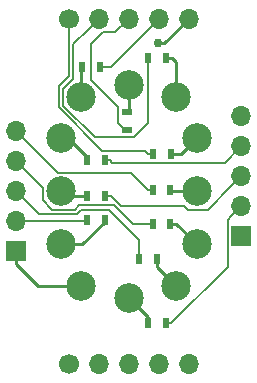
<source format=gtl>
G04 #@! TF.FileFunction,Copper,L1,Top,Signal*
%FSLAX46Y46*%
G04 Gerber Fmt 4.6, Leading zero omitted, Abs format (unit mm)*
G04 Created by KiCad (PCBNEW 4.0.4-stable) date 12/10/17 21:58:31*
%MOMM*%
%LPD*%
G01*
G04 APERTURE LIST*
%ADD10C,0.100000*%
%ADD11C,2.500000*%
%ADD12C,1.700000*%
%ADD13O,1.700000X1.700000*%
%ADD14R,1.700000X1.700000*%
%ADD15R,0.500000X0.900000*%
%ADD16R,0.900000X0.500000*%
%ADD17C,0.762000*%
%ADD18C,0.254000*%
%ADD19C,0.177800*%
G04 APERTURE END LIST*
D10*
D11*
X0Y9000000D03*
X-4000000Y8000000D03*
X-5750000Y4500000D03*
X-5750000Y0D03*
X5750000Y0D03*
X5750000Y4500000D03*
X4000000Y8000000D03*
X-5750000Y-4500000D03*
X5750000Y-4500000D03*
X0Y-9000000D03*
X4000000Y-8000000D03*
X-4000000Y-8000000D03*
D12*
X-5080000Y14605000D03*
D13*
X-2540000Y14605000D03*
X0Y14605000D03*
X2540000Y14605000D03*
X5080000Y14605000D03*
D14*
X-9525000Y-5080000D03*
D13*
X-9525000Y-2540000D03*
X-9525000Y0D03*
X-9525000Y2540000D03*
X-9525000Y5080000D03*
D12*
X-5080000Y-14605000D03*
D13*
X-2540000Y-14605000D03*
X0Y-14605000D03*
X2540000Y-14605000D03*
X5080000Y-14605000D03*
D14*
X9525000Y-3810000D03*
D13*
X9525000Y-1270000D03*
X9525000Y1270000D03*
X9525000Y3810000D03*
X9525000Y6350000D03*
D15*
X1675000Y-11176000D03*
X3175000Y-11176000D03*
X2389000Y-5715000D03*
X889000Y-5715000D03*
X3532000Y-2794000D03*
X2032000Y-2794000D03*
X3532000Y127000D03*
X2032000Y127000D03*
X3556000Y3175000D03*
X2056000Y3175000D03*
X3151000Y11303000D03*
X1651000Y11303000D03*
D16*
X-127000Y6731000D03*
X-127000Y5231000D03*
D15*
X-3913000Y10541000D03*
X-2413000Y10541000D03*
X-3532000Y2667000D03*
X-2032000Y2667000D03*
X-3532000Y-381000D03*
X-2032000Y-381000D03*
X-2032000Y-2413000D03*
X-3532000Y-2413000D03*
D17*
X2514600Y12547600D03*
D18*
X0Y9000000D02*
X0Y6858000D01*
X0Y6858000D02*
X-127000Y6731000D01*
X-4000000Y8000000D02*
X-4000000Y10454000D01*
X-4000000Y10454000D02*
X-3913000Y10541000D01*
X-3532000Y2667000D02*
X-3532000Y2867000D01*
X-3532000Y2867000D02*
X-5165000Y4500000D01*
X-5165000Y4500000D02*
X-5750000Y4500000D01*
X-3532000Y-381000D02*
X-5369000Y-381000D01*
X-5369000Y-381000D02*
X-5750000Y0D01*
X5750000Y0D02*
X3659000Y0D01*
X3659000Y0D02*
X3532000Y127000D01*
X5750000Y4500000D02*
X4425000Y3175000D01*
X4425000Y3175000D02*
X3556000Y3175000D01*
X4000000Y8000000D02*
X4000000Y10958000D01*
X4000000Y10958000D02*
X3655000Y11303000D01*
X3655000Y11303000D02*
X3151000Y11303000D01*
X-2032000Y-2413000D02*
X-2032000Y-2613000D01*
X-3919000Y-4500000D02*
X-3982234Y-4500000D01*
X-3982234Y-4500000D02*
X-5750000Y-4500000D01*
X-2032000Y-2613000D02*
X-3919000Y-4500000D01*
X5750000Y-4500000D02*
X4044000Y-2794000D01*
X4044000Y-2794000D02*
X3532000Y-2794000D01*
X0Y-9000000D02*
X1675000Y-10675000D01*
X1675000Y-10675000D02*
X1675000Y-11176000D01*
X4000000Y-8000000D02*
X2389000Y-6389000D01*
X2389000Y-6389000D02*
X2389000Y-5715000D01*
X3022600Y12547600D02*
X2514600Y12547600D01*
X5080000Y14605000D02*
X3022600Y12547600D01*
X-9525000Y-5080000D02*
X-9525000Y-6184000D01*
X-9525000Y-6184000D02*
X-7709000Y-8000000D01*
X-7709000Y-8000000D02*
X-5767766Y-8000000D01*
X-5767766Y-8000000D02*
X-4000000Y-8000000D01*
D19*
X-5916712Y8895167D02*
X-5080000Y9731879D01*
X-5080000Y13577200D02*
X-5080000Y14605000D01*
X-5916712Y7104833D02*
X-5916712Y8895167D01*
X-2217780Y3405901D02*
X-5916712Y7104833D01*
X1397299Y3405901D02*
X-2217780Y3405901D01*
X-5080000Y9731879D02*
X-5080000Y13577200D01*
X1628200Y3175000D02*
X2056000Y3175000D01*
X1397299Y3405901D02*
X1628200Y3175000D01*
X-4702189Y12442811D02*
X-3389999Y13755001D01*
X-4702189Y9538901D02*
X-4702189Y12442811D01*
X-2874974Y4597400D02*
X-5538901Y7261327D01*
X459422Y4597400D02*
X-2874974Y4597400D01*
X-5538901Y7261327D02*
X-5538901Y8702189D01*
X1651000Y11303000D02*
X1651000Y5788978D01*
X-5538901Y8702189D02*
X-4702189Y9538901D01*
X-3389999Y13755001D02*
X-2540000Y14605000D01*
X1651000Y5788978D02*
X459422Y4597400D01*
X-2207923Y13466099D02*
X-3175000Y12499022D01*
X-3175000Y12499022D02*
X-3175000Y9452574D01*
X-3175000Y9452574D02*
X-865901Y7143475D01*
X-865901Y7143475D02*
X-865901Y5769901D01*
X-865901Y5769901D02*
X-327000Y5231000D01*
X-327000Y5231000D02*
X-127000Y5231000D01*
X0Y14605000D02*
X-1138901Y13466099D01*
X-1138901Y13466099D02*
X-2207923Y13466099D01*
X2540000Y14605000D02*
X-1524000Y10541000D01*
X-1524000Y10541000D02*
X-2413000Y10541000D01*
X-9525000Y-2540000D02*
X-3659000Y-2540000D01*
X-3659000Y-2540000D02*
X-3532000Y-2413000D01*
X-9525000Y0D02*
X-7594600Y-1930400D01*
X-7594600Y-1930400D02*
X-7580912Y-1916712D01*
X-7580912Y-1916712D02*
X-4355112Y-1916712D01*
X-4013200Y-1574800D02*
X-1650178Y-1574800D01*
X-4355112Y-1916712D02*
X-4013200Y-1574800D01*
X889000Y-4113978D02*
X889000Y-5715000D01*
X-1650178Y-1574800D02*
X889000Y-4113978D01*
X-4169694Y-1196989D02*
X-1215106Y-1196989D01*
X-1215106Y-1196989D02*
X381905Y-2794000D01*
X-6488673Y-1538901D02*
X-4511606Y-1538901D01*
X-7288901Y303901D02*
X-7288901Y-738673D01*
X381905Y-2794000D02*
X1604200Y-2794000D01*
X-9525000Y2540000D02*
X-7288901Y303901D01*
X-7288901Y-738673D02*
X-6488673Y-1538901D01*
X1604200Y-2794000D02*
X2032000Y-2794000D01*
X-4511606Y-1538901D02*
X-4169694Y-1196989D01*
X-5983901Y1538901D02*
X-4318000Y1538901D01*
X-4318000Y1538901D02*
X-4231879Y1538901D01*
X1604200Y127000D02*
X192299Y1538901D01*
X2032000Y127000D02*
X1604200Y127000D01*
X192299Y1538901D02*
X-4318000Y1538901D01*
X-9525000Y5080000D02*
X-5983901Y1538901D01*
X3175000Y-11176000D02*
X3602800Y-11176000D01*
X3602800Y-11176000D02*
X8386099Y-6392701D01*
X8386099Y-6392701D02*
X8386099Y-2408901D01*
X8386099Y-2408901D02*
X8675001Y-2119999D01*
X8675001Y-2119999D02*
X9525000Y-1270000D01*
X8675001Y420001D02*
X9525000Y1270000D01*
X5011327Y-1538901D02*
X6716099Y-1538901D01*
X4691626Y-1219200D02*
X5011327Y-1538901D01*
X-658590Y-1219200D02*
X4691626Y-1219200D01*
X-1496790Y-381000D02*
X-658590Y-1219200D01*
X-2032000Y-381000D02*
X-1496790Y-381000D01*
X6716099Y-1538901D02*
X8675001Y420001D01*
X-1373299Y2436099D02*
X-1604200Y2667000D01*
X8151099Y2436099D02*
X-1373299Y2436099D01*
X-1604200Y2667000D02*
X-2032000Y2667000D01*
X9525000Y3810000D02*
X8151099Y2436099D01*
M02*

</source>
